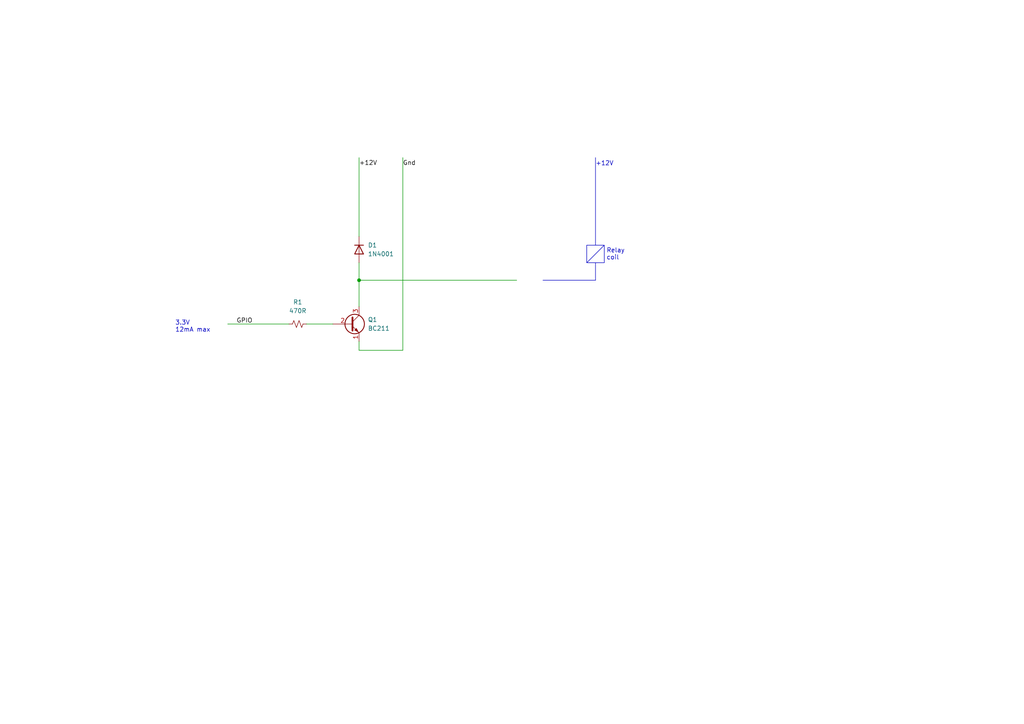
<source format=kicad_sch>
(kicad_sch (version 20230121) (generator eeschema)
  (paper "A4")
  (lib_symbols
    (symbol "Device:D" (pin_numbers hide) (pin_names (offset 1.016) hide)
      (property "Reference" "D" (at 0 2.54 0))
      (property "Value" "D" (at 0 -2.54 0))
      (symbol "D_0_1"
        (polyline (pts (xy -1.27 1.27) (xy -1.27 -1.27)) (stroke (width 0.254)))
        (polyline (pts (xy 1.27 0) (xy -1.27 0)))
        (polyline (pts (xy 1.27 1.27) (xy 1.27 -1.27) (xy -1.27 0) (xy 1.27 1.27)) (stroke (width 0.254)))
      )
      (symbol "D_1_1"
        (pin passive line (at -3.81 0 0) (length 2.54) (name "K") (number "1"))
        (pin passive line (at 3.81 0 180) (length 2.54) (name "A") (number "2"))
      )
    )
    (symbol "Device:R_Small_US" (pin_numbers hide) (pin_names (offset 0.254) hide)
      (property "Reference" "R" (at 0.762 0.508 0))
      (property "Value" "R_Small_US" (at 0.762 -1.016 0))
      (symbol "R_Small_US_1_1"
        (polyline (pts (xy 0 0) (xy 1.016 -0.381) (xy 0 -0.762) (xy -1.016 -1.143) (xy 0 -1.524)))
        (polyline (pts (xy 0 1.524) (xy 1.016 1.143) (xy 0 0.762) (xy -1.016 0.381) (xy 0 0)))
        (pin passive line (at 0 2.54 270) (length 1.016) (name "~") (number "1"))
        (pin passive line (at 0 -2.54 90) (length 1.016) (name "~") (number "2"))
      )
    )
    (symbol "Transistor_BJT:BC140" (pin_names (offset 0) hide)
      (property "Reference" "Q" (at 5.08 1.905 0))
      (property "Value" "BC140" (at 5.08 0 0))
      (symbol "BC140_0_1"
        (polyline (pts (xy 0.635 0.635) (xy 2.54 2.54)))
        (polyline (pts (xy 0.635 -0.635) (xy 2.54 -2.54) (xy 2.54 -2.54)))
        (polyline (pts (xy 0.635 1.905) (xy 0.635 -1.905) (xy 0.635 -1.905)) (stroke (width 0.508)))
        (polyline (pts (xy 1.27 -1.778) (xy 1.778 -1.27) (xy 2.286 -2.286) (xy 1.27 -1.778) (xy 1.27 -1.778)) (fill (type outline)))
        (circle (center 1.27 0) (radius 2.8194) (stroke (width 0.254)))
      )
      (symbol "BC140_1_1"
        (pin passive line (at 2.54 -5.08 90) (length 2.54) (name "E") (number "1"))
        (pin passive line (at -5.08 0 0) (length 5.715) (name "B") (number "2"))
        (pin passive line (at 2.54 5.08 270) (length 2.54) (name "C") (number "3"))
      )
    )
  )
  (junction (at 104.14 81.28))
  (polyline (pts (xy 172.72 45.72) (xy 172.72 71.12)))
  (wire (pts (xy 104.14 76.2) (xy 104.14 81.28)))
  (wire (pts (xy 104.14 81.28) (xy 149.86 81.28)))
  (wire (pts (xy 104.14 101.6) (xy 116.84 101.6)))
  (wire (pts (xy 104.14 101.6) (xy 104.14 99.06)))
  (polyline (pts (xy 157.48 81.28) (xy 172.72 81.28)))
  (wire (pts (xy 66.04 93.98) (xy 83.82 93.98)))
  (polyline (pts (xy 170.18 71.12) (xy 170.18 76.2)))
  (polyline (pts (xy 175.26 71.12) (xy 170.18 71.12)))
  (wire (pts (xy 104.14 45.72) (xy 104.14 68.58)))
  (polyline (pts (xy 175.26 76.2) (xy 175.26 71.12)))
  (polyline (pts (xy 170.18 76.2) (xy 175.26 76.2)))
  (wire (pts (xy 88.9 93.98) (xy 96.52 93.98)))
  (polyline (pts (xy 172.72 76.2) (xy 172.72 81.28)))
  (wire (pts (xy 104.14 88.9) (xy 104.14 81.28)))
  (polyline (pts (xy 175.26 71.12) (xy 170.18 76.2)))
  (wire (pts (xy 116.84 45.72) (xy 116.84 101.6)))
  (text "Relay\ncoil" (at 175.895 75.565 0) (effects (font (size 1.27 1.27)) (justify left bottom)))
  (text "3.3V\n12mA max" (at 50.8 96.52 0) (effects (font (size 1.27 1.27)) (justify left bottom)))
  (text "+12V" (at 172.72 48.26 0) (effects (font (size 1.27 1.27)) (justify left bottom)))
  (label "+12V" (at 104.14 48.26 0))
  (label "Gnd" (at 116.84 48.26 0))
  (label "GPIO" (at 68.58 93.98 0))
  (symbol (lib_id "Device:D") (at 104.14 72.39 270) (unit 1)
    (property "Reference" "D1" (at 106.68 71.12 90) (effects (justify left)))
    (property "Value" "1N4001" (at 106.68 73.66 90) (effects (justify left)))
    (property "Sim.Device" "D" (effects hide))
    (property "Sim.Pins" "1=K 2=A" (effects hide))
  )
  (symbol (lib_id "Device:R_Small_US") (at 86.36 93.98 90) (unit 1)
    (property "Reference" "R1" (at 86.36 87.63 90))
    (property "Value" "470R" (at 86.36 90.17 90))
  )
  (symbol (lib_id "Transistor_BJT:BC140") (at 101.6 93.98 0) (unit 1)
    (property "Reference" "Q1" (at 106.68 92.71 0) (effects (justify left)))
    (property "Value" "BC211" (at 106.68 95.25 0) (effects (justify left)))
    (property "Footprint" "Package_TO_SOT_THT:TO-39-3" (effects hide))
    (property "Datasheet" "http://www.farnell.com/datasheets/296634.pdf" (effects hide))
  )
)
</source>
